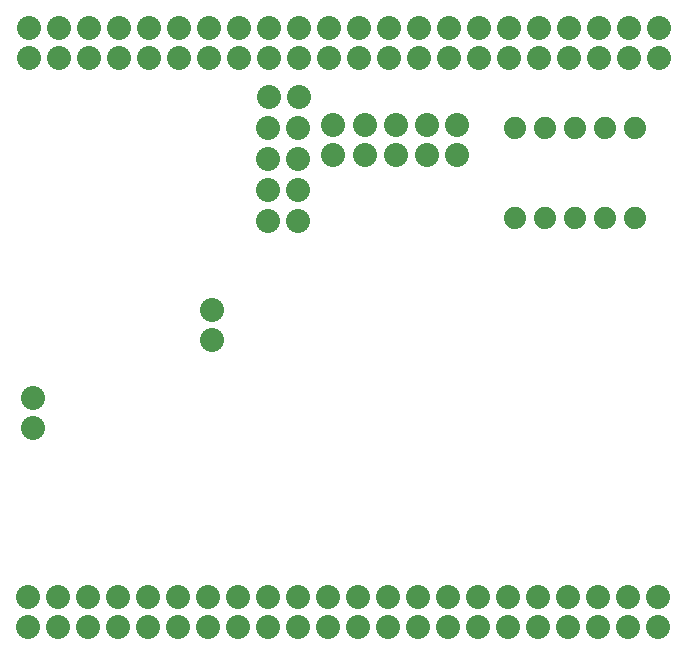
<source format=gbs>
G04 ================== begin FILE IDENTIFICATION RECORD ==================*
G04 Layout Name:  BBB_CAPE_PCB_AN.brd*
G04 Film Name:    SOLDERMASK_BOTTOM*
G04 File Format:  Gerber RS274X*
G04 File Origin:  Cadence Allegro 16.6-P004*
G04 Origin Date:  Thu Sep 11 16:38:19 2014*
G04 *
G04 Layer:  VIA CLASS/SOLDERMASK_BOTTOM*
G04 Layer:  PIN/SOLDERMASK_BOTTOM*
G04 Layer:  PACKAGE GEOMETRY/SOLDERMASK_BOTTOM*
G04 Layer:  BOARD GEOMETRY/SOLDERMASK_BOTTOM*
G04 *
G04 Offset:    (0.00 0.00)*
G04 Mirror:    No*
G04 Mode:      Positive*
G04 Rotation:  0*
G04 FullContactRelief:  No*
G04 UndefLineWidth:     5.00*
G04 ================== end FILE IDENTIFICATION RECORD ====================*
%FSLAX25Y25*MOIN*%
%IR0*IPPOS*OFA0.00000B0.00000*MIA0B0*SFA1.00000B1.00000*%
%ADD10C,.08*%
%ADD11C,.074*%
%LPD*%
G75*
G54D10*
X626300Y1610600D03*
X616300D03*
X626300Y1600600D03*
X616300D03*
X617700Y1676900D03*
Y1666900D03*
X626400Y1800500D03*
X616400D03*
X626400Y1790500D03*
X616400D03*
X656300Y1610600D03*
X646300D03*
X636300D03*
X656300Y1600600D03*
X646300D03*
X636300D03*
X656400Y1800500D03*
X646400D03*
X636400D03*
X656400Y1790500D03*
X646400D03*
X636400D03*
X686300Y1610600D03*
X676300D03*
X666300D03*
X686300Y1600600D03*
X676300D03*
X666300D03*
X677600Y1696300D03*
Y1706300D03*
X686400Y1800500D03*
X676400D03*
X666400D03*
X686400Y1790500D03*
X676400D03*
X666400D03*
X716300Y1610600D03*
X706300D03*
X696300D03*
X716300Y1600600D03*
X706300D03*
X696300D03*
X706300Y1736200D03*
X696300D03*
X706300Y1767000D03*
X696300D03*
X706300Y1756700D03*
X696300D03*
X706200Y1746400D03*
X696200D03*
X718000Y1768000D03*
Y1758000D03*
X706400Y1777400D03*
X696400D03*
X716400Y1800500D03*
X706400D03*
X696400D03*
X716400Y1790500D03*
X706400D03*
X696400D03*
X746300Y1610600D03*
X736300D03*
X726300D03*
X746300Y1600600D03*
X736300D03*
X726300D03*
X738800Y1768000D03*
Y1758000D03*
X728400Y1768000D03*
Y1758000D03*
X749100Y1768000D03*
Y1758000D03*
X746400Y1800500D03*
X736400D03*
X726400D03*
X746400Y1790500D03*
X736400D03*
X726400D03*
X776300Y1610600D03*
X766300D03*
X756300D03*
X776300Y1600600D03*
X766300D03*
X756300D03*
X759200Y1768000D03*
Y1758000D03*
X776400Y1800500D03*
X766400D03*
X756400D03*
X776400Y1790500D03*
X766400D03*
X756400D03*
X806300Y1610600D03*
X796300D03*
X786300D03*
X806300Y1600600D03*
X796300D03*
X786300D03*
X806400Y1800500D03*
X796400D03*
X786400D03*
X806400Y1790500D03*
X796400D03*
X786400D03*
X826300Y1610600D03*
X816300D03*
X826300Y1600600D03*
X816300D03*
X826400Y1800500D03*
X816400D03*
X826400Y1790500D03*
X816400D03*
G54D11*
X778400Y1737100D03*
Y1767100D03*
X808400Y1737100D03*
X798400D03*
X788400D03*
Y1767100D03*
X798400D03*
X808400D03*
X818400Y1737100D03*
Y1767100D03*
M02*

</source>
